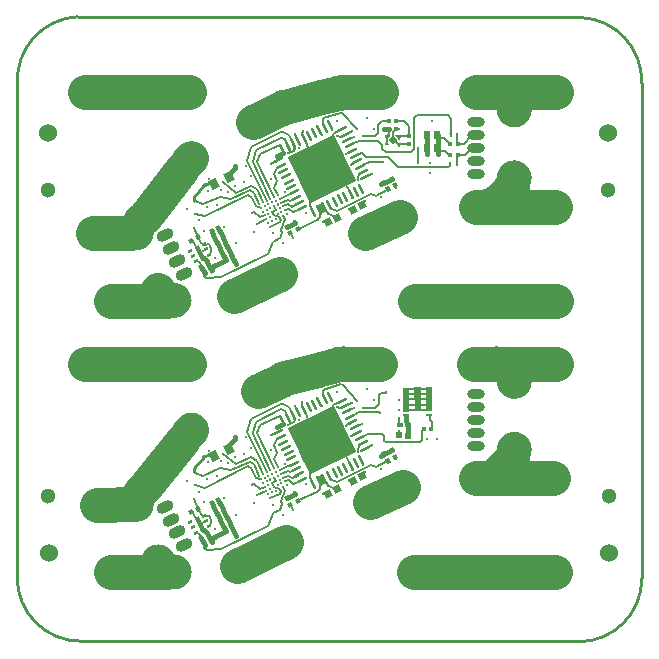
<source format=gbl>
G04*
G04 #@! TF.GenerationSoftware,Altium Limited,Altium Designer,23.2.1 (34)*
G04*
G04 Layer_Physical_Order=4*
G04 Layer_Color=16711680*
%FSLAX44Y44*%
%MOMM*%
G71*
G04*
G04 #@! TF.SameCoordinates,96D2EB81-E719-42E9-B1B6-D61F4878D9FD*
G04*
G04*
G04 #@! TF.FilePolarity,Positive*
G04*
G01*
G75*
%ADD10C,0.1524*%
%ADD11C,0.3810*%
%ADD12O,0.5500X0.2500*%
%ADD13R,0.5500X0.2500*%
%ADD14R,0.4541X0.3627*%
%ADD15R,0.4400X0.3500*%
G04:AMPARAMS|DCode=23|XSize=0.35mm|YSize=0.4mm|CornerRadius=0mm|HoleSize=0mm|Usage=FLASHONLY|Rotation=296.000|XOffset=0mm|YOffset=0mm|HoleType=Round|Shape=Rectangle|*
%AMROTATEDRECTD23*
4,1,4,-0.2565,0.0696,0.1030,0.2450,0.2565,-0.0696,-0.1030,-0.2450,-0.2565,0.0696,0.0*
%
%ADD23ROTATEDRECTD23*%

G04:AMPARAMS|DCode=24|XSize=0.6587mm|YSize=0.8121mm|CornerRadius=0mm|HoleSize=0mm|Usage=FLASHONLY|Rotation=206.000|XOffset=0mm|YOffset=0mm|HoleType=Round|Shape=Rectangle|*
%AMROTATEDRECTD24*
4,1,4,0.1180,0.5094,0.4740,-0.2206,-0.1180,-0.5094,-0.4740,0.2206,0.1180,0.5094,0.0*
%
%ADD24ROTATEDRECTD24*%

G04:AMPARAMS|DCode=25|XSize=0.64mm|YSize=0.6mm|CornerRadius=0mm|HoleSize=0mm|Usage=FLASHONLY|Rotation=296.000|XOffset=0mm|YOffset=0mm|HoleType=Round|Shape=Rectangle|*
%AMROTATEDRECTD25*
4,1,4,-0.4099,0.1561,0.1294,0.4191,0.4099,-0.1561,-0.1294,-0.4191,-0.4099,0.1561,0.0*
%
%ADD25ROTATEDRECTD25*%

%ADD41R,0.6000X0.6400*%
%ADD42R,0.3500X0.4000*%
%ADD43R,0.4000X0.3500*%
%ADD44R,0.2500X0.3500*%
%ADD45R,0.1000X0.1000*%
%ADD47C,0.2540*%
%ADD48C,3.0000*%
%ADD49C,1.3000*%
%ADD50C,1.5240*%
%ADD51C,0.1000*%
%ADD52O,1.5000X0.8000*%
G04:AMPARAMS|DCode=53|XSize=0.9mm|YSize=1.5mm|CornerRadius=0mm|HoleSize=0mm|Usage=FLASHONLY|Rotation=296.000|XOffset=0mm|YOffset=0mm|HoleType=Round|Shape=Round|*
%AMOVALD53*
21,1,0.6000,0.9000,0.0000,0.0000,26.0*
1,1,0.9000,-0.2696,-0.1315*
1,1,0.9000,0.2696,0.1315*
%
%ADD53OVALD53*%

%ADD54C,0.3000*%
%ADD55C,0.2410*%
%ADD56C,0.3050*%
G04:AMPARAMS|DCode=57|XSize=0.25mm|YSize=0.9mm|CornerRadius=0mm|HoleSize=0mm|Usage=FLASHONLY|Rotation=206.000|XOffset=0mm|YOffset=0mm|HoleType=Round|Shape=Rectangle|*
%AMROTATEDRECTD57*
4,1,4,-0.0849,0.4593,0.3096,-0.3497,0.0849,-0.4593,-0.3096,0.3497,-0.0849,0.4593,0.0*
%
%ADD57ROTATEDRECTD57*%

G04:AMPARAMS|DCode=58|XSize=0.25mm|YSize=0.9mm|CornerRadius=0mm|HoleSize=0mm|Usage=FLASHONLY|Rotation=296.000|XOffset=0mm|YOffset=0mm|HoleType=Round|Shape=Rectangle|*
%AMROTATEDRECTD58*
4,1,4,-0.4593,-0.0849,0.3497,0.3096,0.4593,0.0849,-0.3497,-0.3096,-0.4593,-0.0849,0.0*
%
%ADD58ROTATEDRECTD58*%

%ADD59P,6.1518X4X341.0*%
%ADD60P,0.6788X4X270.0*%
%ADD61C,0.2100*%
G04:AMPARAMS|DCode=62|XSize=0.35mm|YSize=0.44mm|CornerRadius=0mm|HoleSize=0mm|Usage=FLASHONLY|Rotation=207.000|XOffset=0mm|YOffset=0mm|HoleType=Round|Shape=Rectangle|*
%AMROTATEDRECTD62*
4,1,4,0.0561,0.2755,0.2558,-0.1166,-0.0561,-0.2755,-0.2558,0.1166,0.0561,0.2755,0.0*
%
%ADD62ROTATEDRECTD62*%

G04:AMPARAMS|DCode=63|XSize=0.35mm|YSize=0.4mm|CornerRadius=0mm|HoleSize=0mm|Usage=FLASHONLY|Rotation=207.000|XOffset=0mm|YOffset=0mm|HoleType=Round|Shape=Rectangle|*
%AMROTATEDRECTD63*
4,1,4,0.0651,0.2576,0.2467,-0.0988,-0.0651,-0.2576,-0.2467,0.0988,0.0651,0.2576,0.0*
%
%ADD63ROTATEDRECTD63*%

G04:AMPARAMS|DCode=64|XSize=0.35mm|YSize=0.4mm|CornerRadius=0mm|HoleSize=0mm|Usage=FLASHONLY|Rotation=26.000|XOffset=0mm|YOffset=0mm|HoleType=Round|Shape=Rectangle|*
%AMROTATEDRECTD64*
4,1,4,-0.0696,-0.2565,-0.2450,0.1030,0.0696,0.2565,0.2450,-0.1030,-0.0696,-0.2565,0.0*
%
%ADD64ROTATEDRECTD64*%

G04:AMPARAMS|DCode=65|XSize=1.26mm|YSize=0.35mm|CornerRadius=0mm|HoleSize=0mm|Usage=FLASHONLY|Rotation=296.000|XOffset=0mm|YOffset=0mm|HoleType=Round|Shape=Rectangle|*
%AMROTATEDRECTD65*
4,1,4,-0.4335,0.4895,-0.1189,0.6430,0.4335,-0.4895,0.1189,-0.6430,-0.4335,0.4895,0.0*
%
%ADD65ROTATEDRECTD65*%

G04:AMPARAMS|DCode=66|XSize=0.25mm|YSize=0.35mm|CornerRadius=0mm|HoleSize=0mm|Usage=FLASHONLY|Rotation=296.000|XOffset=0mm|YOffset=0mm|HoleType=Round|Shape=Rectangle|*
%AMROTATEDRECTD66*
4,1,4,-0.2121,0.0356,0.1025,0.1891,0.2121,-0.0356,-0.1025,-0.1891,-0.2121,0.0356,0.0*
%
%ADD66ROTATEDRECTD66*%

G04:AMPARAMS|DCode=67|XSize=0.52mm|YSize=0.56mm|CornerRadius=0mm|HoleSize=0mm|Usage=FLASHONLY|Rotation=269.000|XOffset=0mm|YOffset=0mm|HoleType=Round|Shape=Rectangle|*
%AMROTATEDRECTD67*
4,1,4,-0.2754,0.2649,0.2845,0.2551,0.2754,-0.2649,-0.2845,-0.2551,-0.2754,0.2649,0.0*
%
%ADD67ROTATEDRECTD67*%

G04:AMPARAMS|DCode=68|XSize=0.35mm|YSize=0.44mm|CornerRadius=0mm|HoleSize=0mm|Usage=FLASHONLY|Rotation=269.000|XOffset=0mm|YOffset=0mm|HoleType=Round|Shape=Rectangle|*
%AMROTATEDRECTD68*
4,1,4,-0.2169,0.1788,0.2230,0.1711,0.2169,-0.1788,-0.2230,-0.1711,-0.2169,0.1788,0.0*
%
%ADD68ROTATEDRECTD68*%

G36*
X57510Y164563D02*
Y163863D01*
X55710Y162063D01*
X53510Y162063D01*
X53510Y164563D01*
X57510Y164563D01*
D02*
G37*
G36*
X66510Y164563D02*
X66510Y162063D01*
X64310Y162063D01*
X61810Y164563D01*
X66510Y164563D01*
D02*
G37*
G36*
X66510Y158063D02*
X66510Y155563D01*
X62510Y155563D01*
X62510Y156263D01*
X64310Y158063D01*
X66510Y158063D01*
D02*
G37*
G36*
X55710Y158063D02*
X57510Y156263D01*
X57510Y155563D01*
X53510Y155563D01*
X53510Y158063D01*
X55710Y158063D01*
D02*
G37*
G36*
X3826Y100002D02*
X-1685Y97392D01*
X-5152Y104592D01*
X360Y107202D01*
X3826Y100002D01*
D02*
G37*
G36*
X83745Y-69275D02*
X78344D01*
X78094Y-49025D01*
X83745Y-49025D01*
Y-69275D01*
D02*
G37*
G36*
X93510Y-69432D02*
X88109D01*
X87859Y-49182D01*
X93510Y-49182D01*
Y-69432D01*
D02*
G37*
G36*
X73786Y-69682D02*
X68385D01*
X68135Y-49432D01*
X73786Y-49432D01*
Y-69682D01*
D02*
G37*
G36*
X3760Y-129807D02*
X-1624Y-132499D01*
X-4988Y-125253D01*
X454Y-122676D01*
X3760Y-129807D01*
D02*
G37*
D10*
X-94069Y65661D02*
G03*
X-93908Y65999I-1976J1150D01*
G01*
X15913Y163090D02*
G03*
X15906Y163090I-114J-1520D01*
G01*
X-17123Y165634D02*
G03*
X-17034Y164395I1433J-520D01*
G01*
X30842Y128042D02*
G03*
X30836Y127984I1152J-150D01*
G01*
X56322Y165469D02*
G03*
X56510Y166202I-1336J733D01*
G01*
X32206Y159563D02*
G03*
X31572Y159425I0J-1524D01*
G01*
X60236Y166981D02*
G03*
X60010Y166182I1298J-799D01*
G01*
X-10352Y106078D02*
G03*
X-10248Y105021I1474J-389D01*
G01*
X39323Y141166D02*
G03*
X38654Y141012I0J-1524D01*
G01*
X29053Y147169D02*
G03*
X29167Y147216I-524J1431D01*
G01*
X26914Y157295D02*
G03*
X26868Y157274I622J-1391D01*
G01*
X73528Y171639D02*
G03*
X73057Y172741I-1524J0D01*
G01*
X69450Y176147D02*
G03*
X68404Y176563I-1046J-1108D01*
G01*
X22813Y161035D02*
G03*
X22893Y161070I-585J1407D01*
G01*
X-33068Y166742D02*
G03*
X-34400Y166733I-658J-1375D01*
G01*
X-24058Y151107D02*
G03*
X-23234Y152774I-671J1369D01*
G01*
X-98966Y43884D02*
G03*
X-97729Y43345I1164J984D01*
G01*
X17856Y182631D02*
G03*
X16272Y183103I-1158J-991D01*
G01*
X22465Y149684D02*
G03*
X21921Y149481I251J-1503D01*
G01*
X4670Y98123D02*
G03*
X5465Y97380I1370J668D01*
G01*
X-22370Y99942D02*
G03*
X-22352Y99950I-930J1952D01*
G01*
X-100986Y72242D02*
X-100495Y71788D01*
X-100358Y71661D02*
X-100144Y71722D01*
X-99392Y71934D01*
X-104805Y77745D02*
X-102646Y73318D01*
X-93908Y65999D02*
X-93908Y65999D01*
X-93640Y66266D01*
X-108740Y85813D02*
X-104805Y77745D01*
X55058Y163150D02*
X56322Y165469D01*
X56314Y169794D02*
X56328Y169726D01*
X-42253Y99435D02*
X-40747Y96348D01*
X-42282Y99494D02*
X-42240Y99563D01*
X-40730Y96342D02*
X-36067Y94737D01*
X-40747Y96348D02*
X-40730Y96342D01*
X-42282Y99494D02*
X-42253Y99435D01*
X12760Y163313D02*
X15906Y163090D01*
X9423Y163877D02*
X9661Y165676D01*
X16860Y169187D01*
X15915Y163090D02*
X16260Y163063D01*
X15913Y163090D02*
X15915Y163090D01*
X-17034Y164395D02*
X-16990Y164313D01*
X-17123Y165634D02*
X-16240Y168063D01*
X31249Y131158D02*
X36244Y134161D01*
X30696Y126221D02*
X30836Y127984D01*
X30842Y128042D02*
X31249Y131158D01*
X39875Y130528D02*
X42510Y131813D01*
X42228Y131531D02*
X42510Y131813D01*
X39260Y130063D02*
X39875Y130528D01*
X-29965Y156744D02*
X-29329Y155028D01*
X-29326Y155020D02*
X-27990Y151813D01*
X34260Y163563D02*
X45010D01*
X51010Y152563D02*
X53760Y149813D01*
X51010Y152563D02*
Y156313D01*
X47760Y159563D02*
X51010Y156313D01*
X53760Y149813D02*
X75010D01*
X32206Y159563D02*
X47760D01*
X109010Y166313D02*
Y178313D01*
X108760Y166063D02*
X109010Y166313D01*
X80010Y181063D02*
X106260D01*
X109010Y178313D01*
X77510Y178563D02*
X80010Y181063D01*
X75010Y149813D02*
X77510Y152313D01*
Y178563D01*
X33760Y149313D02*
X37260Y145813D01*
X55760D01*
X64510Y137063D01*
X81260Y141063D02*
Y153063D01*
X106260Y137063D02*
X107772Y138575D01*
X64510Y137063D02*
X106260D01*
X107772Y138575D02*
X108272D01*
X98260Y152513D02*
Y153563D01*
X56328Y169726D02*
X56510Y168825D01*
X39323Y141166D02*
X51113D01*
X51260Y141313D01*
X47760Y166313D02*
Y173313D01*
X45010Y163563D02*
X47760Y166313D01*
X51010Y176563D02*
X56510D01*
X47760Y173313D02*
X51010Y176563D01*
X26914Y157295D02*
X31572Y159425D01*
X62747Y169556D02*
X62760Y169563D01*
X62747Y169556D02*
X62747Y169556D01*
X61372Y168825D02*
X62747Y169556D01*
X60236Y166981D02*
X61372Y168825D01*
X60010Y166182D02*
Y166182D01*
Y160063D02*
Y166182D01*
X72522Y156813D02*
X73510Y156813D01*
X73510D01*
X-10352Y106078D02*
X-10350Y106084D01*
X-10248Y105021D02*
X-8945Y102349D01*
X-103673Y64845D02*
X-102784Y65276D01*
X108760Y139063D02*
Y139563D01*
X108272Y138575D02*
X108760Y139063D01*
X35510Y139478D02*
X38654Y141012D01*
X29167Y147216D02*
X33760Y149313D01*
X26837Y157259D02*
X26868Y157274D01*
X97760Y163763D02*
X99648Y161875D01*
X97410Y164113D02*
X97760Y163763D01*
X108060Y157063D02*
X108060Y157063D01*
X103248Y161875D02*
X108060Y157063D01*
X108510Y157064D01*
X107072Y157063D02*
X108060Y157063D01*
X108060Y157063D02*
X108760D01*
X99648Y161875D02*
X103248D01*
X97410Y164113D02*
Y164313D01*
X107760Y147063D02*
Y147613D01*
X98260Y152513D02*
X99648Y151125D01*
X104248D01*
X107760Y147613D01*
X60010Y160063D02*
X61668Y159405D01*
X64010Y157063D01*
X55010Y163063D02*
X55058Y163150D01*
X56510Y166202D02*
Y168825D01*
X73528Y164651D02*
X73736Y163452D01*
X73760Y163313D01*
X72522Y163313D02*
X73510Y163313D01*
X73760Y163313D01*
X73051Y172747D02*
X73057Y172741D01*
X73528Y164651D02*
Y171639D01*
X68404Y176563D02*
Y176563D01*
X68404D02*
X68404D01*
X64448D02*
X68404D01*
X69450Y176147D02*
X73051Y172747D01*
X63010Y176563D02*
X64448Y176563D01*
X65260Y156813D02*
X72522D01*
X65260Y163313D02*
X72522D01*
X54760Y156813D02*
X54760Y163313D01*
X114260Y146562D02*
X115010Y147313D01*
X114260Y139563D02*
Y146562D01*
X114510Y157313D02*
Y163575D01*
X114510Y164563D01*
X126221Y163315D02*
X126256D01*
X119968Y157063D02*
X126221Y163315D01*
X115010Y157063D02*
X119968D01*
X121275Y147723D02*
X127260Y153313D01*
X120235Y147313D02*
X120836Y147313D01*
X121275Y147723D01*
X115010Y147313D02*
X120235D01*
X126256Y163315D02*
X127260Y164313D01*
X-43990Y86563D02*
X-35980Y90445D01*
X-35864Y90744D01*
X-35145Y92592D01*
X-32990Y104063D02*
X-32844Y104097D01*
X-28686Y105891D01*
X-33068Y166742D02*
X-27990Y164313D01*
X-28740Y148813D02*
X-28653Y148849D01*
X-28740Y148813D02*
X-28641Y148861D01*
X-28740Y148813D02*
Y149063D01*
X-28641Y148861D02*
X-24058Y151107D01*
X-28653Y148849D02*
X-28526Y148900D01*
X-26884Y108771D02*
X-25029Y109676D01*
X-21740Y111313D01*
X-29218Y109704D02*
X-26884Y108771D01*
X22893Y161070D02*
X27010Y163063D01*
X22807Y161032D02*
X22813Y161035D01*
X21177Y160363D02*
X22807Y161032D01*
X18010Y159063D02*
X21177Y160363D01*
X-34510Y162198D02*
X-31740Y160813D01*
X-55732Y151714D02*
X-34510Y162198D01*
X-58704Y141562D02*
X-55732Y151714D01*
X-30626Y158530D02*
X-29965Y156744D01*
X-29329Y155028D02*
X-29326Y155020D01*
X-30833Y158429D02*
X-29965Y156744D01*
X-29120Y155105D01*
X-28017Y164312D02*
X-28012Y164302D01*
X-24613Y157334D01*
X-34406Y166730D02*
X-34400Y166733D01*
X-59969Y153969D02*
X-34406Y166730D01*
X-63236Y142805D02*
X-59969Y153969D01*
X-23235Y152777D02*
X-23234Y152774D01*
X-28020Y164319D02*
X-28017Y164312D01*
X-26270Y80199D02*
X-24740Y77063D01*
X-26990Y81063D02*
X-26270Y80199D01*
X-40928Y131688D02*
X-37740Y125313D01*
X-38488Y136567D02*
X-34876Y138391D01*
X-40928Y131688D02*
X-38488Y136567D01*
X-40490Y119813D02*
X-37740Y125313D01*
X-40490Y119813D02*
X-37447Y113534D01*
X-54721Y141872D02*
X-40593Y112000D01*
X-54721Y141872D02*
X-52321Y148456D01*
X-85832Y43840D02*
X-46087Y63469D01*
X-97729Y43345D02*
X-85832Y43840D01*
X-46087Y63469D02*
X-41750Y73752D01*
X-102390Y53784D02*
X-102012Y52866D01*
X-98972Y43891D02*
X-98966Y43884D01*
X-41657Y73894D02*
X-35617Y77077D01*
X-35040Y84297D02*
X-33751Y81502D01*
X-35617Y77077D02*
X-33751Y81502D01*
X-35040Y84297D02*
X-31708Y93070D01*
X-32922Y96271D02*
X-31708Y93070D01*
X-40285Y141813D02*
X-39240D01*
X-40501Y141399D02*
X-40240Y141313D01*
X-43240Y140063D02*
X-40501Y141399D01*
X1176Y178702D02*
X16272Y183103D01*
X17856Y182631D02*
X29260Y169313D01*
X-31740Y160813D02*
X-30626Y158530D01*
X-22990Y165063D02*
X-21883Y162794D01*
X-21240Y162063D01*
X25010Y167563D02*
X25010D01*
X19095Y164678D02*
X22426Y166303D01*
X25010Y167563D01*
X27820Y146717D02*
X29053Y147169D01*
X23436Y155705D02*
X26837Y157259D01*
X41248Y114682D02*
X45348Y113004D01*
X12510Y100313D02*
X41248Y114682D01*
X8010Y101813D02*
X12510Y100313D01*
X20010Y148313D02*
X21921Y149481D01*
X22473Y149686D02*
X23260Y149813D01*
X22465Y149684D02*
X22473Y149686D01*
X26696Y140495D02*
X28010Y141313D01*
X24348Y139350D02*
X26696Y140495D01*
X32204Y137729D02*
X35510Y139478D01*
X-107990Y108813D02*
X-107990D01*
X-101012Y105600D02*
X-86108Y112349D01*
X-107990Y108813D02*
X-107560Y108383D01*
X-101012Y105600D01*
X-35913Y110388D02*
X-27401Y114540D01*
X-84240Y124563D02*
X-72544Y115591D01*
X-36067Y94737D02*
X-35145Y92592D01*
X-42221Y99524D02*
X-39136Y101028D01*
X-42282Y99494D02*
X-42221Y99524D01*
X-56268Y104071D02*
X-51641Y102717D01*
X-62619Y113688D02*
X-59690Y111498D01*
X-59490Y111063D01*
X-56268Y104071D01*
X-99059Y95670D02*
X-62619Y113688D01*
X-107240Y97813D02*
X-99059Y95670D01*
X-77196Y110356D02*
X-60970Y117717D01*
X-86108Y112349D02*
X-77196Y110356D01*
X-57740Y115563D02*
X-53176Y105862D01*
X-60970Y117717D02*
X-57740Y115563D01*
X-59971Y121353D02*
X-55376Y118330D01*
X-72544Y115591D02*
X-59971Y121353D01*
X-55376Y118330D02*
X-50030Y107397D01*
X-63236Y142805D02*
X-46884Y108932D01*
X-59222Y98211D02*
X-58952Y98481D01*
X-59303Y98211D02*
X-59222D01*
X-57380Y99214D02*
X-52331Y94670D01*
X-48573Y96426D01*
X-11640Y128965D02*
X-1490Y133563D01*
X-140Y125215D02*
X260Y133313D01*
X-9903Y107749D02*
X-1065Y133417D01*
X-13860Y158389D02*
X-11548Y153649D01*
X-10740Y152063D01*
X-15638Y161681D02*
X-13860Y158389D01*
X8510Y159563D02*
X9423Y163877D01*
X-8945Y102349D02*
X-8490Y101063D01*
X-10350Y106084D02*
X-9903Y107749D01*
X20103Y122384D02*
X22415Y117644D01*
X24146Y114329D01*
X19010Y124563D02*
X20103Y122384D01*
X-24831Y77154D02*
X-24740Y77063D01*
X45348Y113004D02*
X54904Y117873D01*
X874Y174809D02*
X2338Y170449D01*
X874Y174809D02*
X1176Y178702D01*
X-23426Y153724D02*
X-23235Y152777D01*
X-24626Y157297D02*
X-23426Y153724D01*
X-35173Y156315D02*
X-35059Y156367D01*
X-52321Y148456D02*
X-35173Y156315D01*
X54904Y117873D02*
X55735Y118417D01*
X3666Y100182D02*
X4670Y98123D01*
X5465Y97380D02*
X5470Y97378D01*
X2510Y101563D02*
X3666Y100182D01*
X5470Y97378D02*
X9634Y95702D01*
X12714Y94492D01*
X-3451Y92584D02*
X-3045Y92990D01*
X-4089Y92430D02*
X-3451Y92584D01*
X-1618Y97542D02*
Y97605D01*
X-1423Y94611D02*
Y97348D01*
X-19348Y84987D02*
X-4089Y92430D01*
X-3045Y92990D02*
X-1423Y94611D01*
X-1618Y97542D02*
X-1423Y97348D01*
X-20240Y84563D02*
X-19348Y84987D01*
X-58952Y98481D02*
X-57380Y99214D01*
X-54745Y89324D02*
X-47039Y93280D01*
X-40670Y104174D02*
X-39136Y101028D01*
X-28384Y102105D02*
X-24641Y98860D01*
X-31310Y100951D02*
X-28384Y102105D01*
X-24641Y98860D02*
X-22370Y99942D01*
X-25647Y103787D02*
X-22827Y105162D01*
X-28686Y105891D02*
X-25647Y103787D01*
X-34378Y107243D02*
X-29218Y109704D01*
X-58704Y141562D02*
X-43739Y110466D01*
X-35059Y156367D02*
X-33614Y152914D01*
X-27401Y114540D02*
X-24990Y115063D01*
X-22827Y105162D02*
X-20740Y105813D01*
X-22352Y99950D02*
X-20682Y100765D01*
X-19490Y101313D01*
X-99740Y44813D02*
X-98972Y43891D01*
X-109740Y75813D02*
X-109560Y75488D01*
X-109054Y74573D01*
X-106607Y69556D02*
X-103665Y64830D01*
X-109054Y74573D02*
X-106607Y69556D01*
X-98942Y67150D02*
X-98047Y67569D01*
X-102784Y65276D02*
X-98942Y67150D01*
X-103738Y56547D02*
X-102390Y53784D01*
X-106990Y57563D02*
X-103738Y56547D01*
X-100495Y71788D02*
X-100358Y71661D01*
X-101204Y72922D02*
X-101190Y72867D01*
X-99256Y71655D02*
X-98425Y71542D01*
X-97970D01*
X-97550Y71746D01*
X-96076D01*
X-95135Y70806D02*
X-93640Y67741D01*
Y66266D02*
Y67741D01*
X-95129Y63839D02*
X-94069Y65661D01*
X-99392Y71934D02*
X-99256Y71655D01*
X-95300Y63545D02*
X-95129Y63839D01*
X-101190Y72867D02*
X-101087Y72449D01*
X-100986Y72242D01*
X-96076Y71746D02*
X-95135Y70806D01*
X-102646Y73318D02*
X-101490Y72813D01*
X-58542Y-87757D02*
G03*
X-58449Y-88838I1466J-417D01*
G01*
X15544Y-66702D02*
G03*
X15917Y-66781I499J1440D01*
G01*
X-33068Y-63128D02*
G03*
X-34400Y-63137I-658J-1375D01*
G01*
X30842Y-101829D02*
G03*
X30834Y-101922I1152J-149D01*
G01*
X4670Y-131747D02*
G03*
X5465Y-132490I1370J668D01*
G01*
X-94069Y-164209D02*
G03*
X-93908Y-163871I-1976J1150D01*
G01*
X-17299Y-64399D02*
G03*
X-17130Y-65298I1513J-181D01*
G01*
X22465Y-80186D02*
G03*
X21921Y-80388I251J-1503D01*
G01*
X29053Y-82702D02*
G03*
X29167Y-82654I-524J1431D01*
G01*
X32206Y-70307D02*
G03*
X31572Y-70445I0J-1524D01*
G01*
X26914Y-72575D02*
G03*
X26868Y-72597I622J-1391D01*
G01*
X90512Y-68307D02*
G03*
X90508Y-68307I-4J-1524D01*
G01*
X82447Y-54807D02*
G03*
X82078Y-54852I0J-1524D01*
G01*
X22813Y-68835D02*
G03*
X22893Y-68800I-585J1407D01*
G01*
X-24058Y-78763D02*
G03*
X-23234Y-77097I-671J1369D01*
G01*
X-98966Y-185986D02*
G03*
X-97729Y-186525I1164J984D01*
G01*
X17856Y-47239D02*
G03*
X16272Y-46767I-1158J-991D01*
G01*
X39323Y-88704D02*
G03*
X38654Y-88858I0J-1524D01*
G01*
X-10352Y-123792D02*
G03*
X-10248Y-124849I1474J-389D01*
G01*
X-22370Y-129928D02*
G03*
X-22352Y-129920I-930J1952D01*
G01*
X-58449Y-88838D02*
X-43739Y-119404D01*
X-58539Y-87746D02*
X-55732Y-78156D01*
X-43739Y-119404D02*
Y-119404D01*
X-58542Y-87757D02*
X-58539Y-87746D01*
X-24641Y-131010D02*
X-22370Y-129928D01*
X-31310Y-128919D02*
X-28384Y-127765D01*
X-24641Y-131010D01*
X-32990Y-125807D02*
X-32844Y-125773D01*
X-28686Y-123979D02*
X-25647Y-126083D01*
X-32844Y-125773D02*
X-28686Y-123979D01*
X-54721Y-87998D02*
X-52321Y-81414D01*
X-40490Y-110057D02*
X-37740Y-104557D01*
X-40490Y-110057D02*
X-37447Y-116336D01*
X-54721Y-87998D02*
X-40593Y-117870D01*
X-29218Y-120166D02*
X-26884Y-121099D01*
X-34378Y-122627D02*
X-29218Y-120166D01*
X-56268Y-125799D02*
X-51641Y-127153D01*
X-59490Y-118807D02*
X-56268Y-125799D01*
X-59690Y-118372D02*
X-59490Y-118807D01*
X15927Y-66782D02*
X16260Y-66807D01*
X13010Y-65807D02*
X15544Y-66702D01*
X15917Y-66781D02*
X15927Y-66782D01*
X-42282Y-130376D02*
X-42253Y-130435D01*
X-40747Y-133522D02*
X-40730Y-133528D01*
X-35980Y-139425D02*
X-35864Y-139126D01*
X-42282Y-130376D02*
X-42240Y-130307D01*
X-42253Y-130435D02*
X-40747Y-133522D01*
X-43990Y-143307D02*
X-35980Y-139425D01*
X-40730Y-133528D02*
X-36067Y-135133D01*
X-35145Y-137277D01*
X-35864Y-139126D02*
X-35145Y-137277D01*
X-58952Y-131389D02*
X-57380Y-130656D01*
X-52331Y-135200D01*
X-54745Y-140546D02*
X-47039Y-136590D01*
X-52331Y-135200D02*
X-48573Y-133444D01*
X-63236Y-87065D02*
X-59969Y-75901D01*
X-28653Y-81021D02*
X-28526Y-80969D01*
X-28012Y-65568D02*
X-24613Y-72536D01*
X-63236Y-87065D02*
X-46884Y-120939D01*
X-33068Y-63128D02*
X-27990Y-65557D01*
X-25647Y-126083D02*
X-22827Y-124708D01*
X-28740Y-81057D02*
Y-80807D01*
X-28020Y-65551D02*
X-28017Y-65558D01*
X-28740Y-81057D02*
X-28653Y-81021D01*
X-28017Y-65558D02*
X-28012Y-65568D01*
X-59971Y-108517D02*
X-55376Y-111540D01*
X-50030Y-122473D01*
X-22827Y-124708D02*
X-20740Y-124057D01*
X-27401Y-115330D02*
X-24990Y-114807D01*
X-35913Y-119482D02*
X-27401Y-115330D01*
X30717Y-104383D02*
X30834Y-101922D01*
X31103Y-99835D02*
X31249Y-98712D01*
X30842Y-101829D02*
X31103Y-99835D01*
X31249Y-98712D02*
X34437Y-96711D01*
X39875Y-99342D02*
X42510Y-98057D01*
X42228Y-98339D02*
X42510Y-98057D01*
X5465Y-132490D02*
X5470Y-132492D01*
X3685Y-129728D02*
X4670Y-131747D01*
X2850Y-130020D02*
X3010Y-130057D01*
X-2818Y-128692D02*
X-767Y-131784D01*
X-93908Y-163871D02*
X-93640Y-163604D01*
X-93908Y-163871D02*
X-93908Y-163871D01*
X-108740Y-144057D02*
X-104805Y-152125D01*
X-102646Y-156552D01*
X-100144Y-158148D02*
X-99392Y-157936D01*
X-100358Y-158209D02*
X-100144Y-158148D01*
X-100986Y-157628D02*
X-100495Y-158083D01*
X17856Y-47239D02*
X29260Y-60557D01*
X-84240Y-105307D02*
X-72544Y-114279D01*
X-17130Y-65298D02*
X-16990Y-65557D01*
X-17299Y-64399D02*
X-16990Y-61807D01*
X-21883Y-67076D02*
X-21240Y-67807D01*
X-22990Y-64807D02*
X-21883Y-67076D01*
X22465Y-80186D02*
X22473Y-80184D01*
X29167Y-82654D02*
X33760Y-80557D01*
X49760Y-53807D02*
X53760D01*
X48010Y-63557D02*
Y-55557D01*
X49760Y-53807D01*
X34260Y-66307D02*
X45260D01*
X48010Y-63557D01*
X32206Y-70307D02*
X48760D01*
X26914Y-72575D02*
X31572Y-70445D01*
X48760Y-70307D02*
X49010Y-70557D01*
X26837Y-72611D02*
X26868Y-72597D01*
X71160Y-68307D02*
X72660Y-68307D01*
X70760Y-68307D02*
X71160Y-68307D01*
X90512Y-68307D02*
X90761Y-68308D01*
X90512Y-68307D02*
Y-68307D01*
X72660Y-68307D02*
X90508Y-68307D01*
X71160Y-63807D02*
X72660Y-63807D01*
X70760Y-63807D02*
X71160Y-63807D01*
X89261Y-63807D02*
X90761D01*
X72660Y-63807D02*
X89261Y-63807D01*
X71160Y-50307D02*
X72660Y-50307D01*
X70760Y-50307D02*
X71160Y-50307D01*
X71176Y-50462D02*
X72660Y-50307D01*
X70780Y-50503D02*
X71176Y-50462D01*
X70260Y-50557D02*
X70780Y-50503D01*
X90759Y-50306D02*
X90759D01*
X89259D02*
X90759D01*
X80760Y-50307D02*
X89259Y-50306D01*
X72660Y-50307D02*
X80760Y-50307D01*
X89261Y-54806D02*
X90761D01*
X82447Y-54807D02*
X82448Y-54807D01*
X89261Y-54806D02*
X90510Y-55057D01*
X71159Y-54807D02*
X72659D01*
X89261Y-54806D01*
X71159Y-59307D02*
X72659Y-59307D01*
X70510Y-59307D02*
X71159Y-59307D01*
X72659Y-59307D02*
X89260Y-59307D01*
X90760D01*
X81260Y-55057D02*
X82078Y-54852D01*
X-28740Y-81057D02*
X-28641Y-81009D01*
X-24058Y-78763D01*
X-26884Y-121099D02*
X-25029Y-120194D01*
X-21740Y-118557D01*
X22893Y-68800D02*
X27010Y-66807D01*
X22807Y-68838D02*
X22813Y-68835D01*
X21177Y-69507D02*
X22807Y-68838D01*
X18010Y-70807D02*
X21177Y-69507D01*
X-34510Y-67672D02*
X-31740Y-69057D01*
X-55732Y-78156D02*
X-34510Y-67672D01*
X-30626Y-71340D02*
X-29965Y-73126D01*
X-29120Y-74764D01*
X-34406Y-63140D02*
X-34400Y-63137D01*
X-59969Y-75901D02*
X-34406Y-63140D01*
X-23235Y-77093D02*
X-23234Y-77097D01*
X-26270Y-149671D02*
X-24740Y-152807D01*
X-26990Y-148807D02*
X-26270Y-149671D01*
X-40928Y-98182D02*
X-37740Y-104557D01*
X-38488Y-93303D02*
X-34876Y-91479D01*
X-40928Y-98182D02*
X-38488Y-93303D01*
X-85832Y-186030D02*
X-46087Y-166401D01*
X-97729Y-186525D02*
X-85832Y-186030D01*
X-46087Y-166401D02*
X-41750Y-156118D01*
X-102390Y-176086D02*
X-102012Y-177005D01*
X-98972Y-185979D02*
X-98966Y-185986D01*
X-41657Y-155976D02*
X-35617Y-152793D01*
X-35040Y-145573D02*
X-33751Y-148368D01*
X-35617Y-152793D02*
X-33751Y-148368D01*
X-35040Y-145573D02*
X-31708Y-136800D01*
X-32922Y-133599D02*
X-31708Y-136800D01*
X-40285Y-88057D02*
X-39240D01*
X-40501Y-88471D02*
X-40240Y-88557D01*
X-43240Y-89807D02*
X-40501Y-88471D01*
X1176Y-51168D02*
X16272Y-46767D01*
X52510Y-94292D02*
Y-90307D01*
Y-94307D02*
X52525D01*
X39323Y-88704D02*
X50986D01*
X51010Y-88807D02*
X52510Y-90307D01*
X52525Y-94307D02*
X54025Y-95807D01*
X83050D01*
X35510Y-90392D02*
X38654Y-88858D01*
X-31740Y-69057D02*
X-30626Y-71340D01*
X25010Y-62307D02*
X25010D01*
X19095Y-65192D02*
X22426Y-63567D01*
X25010Y-62307D01*
X27820Y-83153D02*
X29053Y-82702D01*
X23436Y-74165D02*
X26837Y-72611D01*
X41248Y-115188D02*
X45348Y-116866D01*
X12510Y-129557D02*
X41248Y-115188D01*
X8010Y-128057D02*
X12510Y-129557D01*
X20010Y-81557D02*
X21921Y-80388D01*
X22473Y-80184D02*
X23260Y-80057D01*
X26696Y-89375D02*
X28010Y-88557D01*
X24348Y-90520D02*
X26696Y-89375D01*
X39260Y-99807D02*
X39875Y-99342D01*
X32204Y-92141D02*
X35510Y-90392D01*
X64590Y-79987D02*
X64920Y-79993D01*
X65010Y-74807D01*
X-107990Y-121057D02*
X-107990D01*
X-101012Y-124270D02*
X-86108Y-117521D01*
X-107990Y-121057D02*
X-107560Y-121487D01*
X-101012Y-124270D01*
X-42221Y-130346D02*
X-39136Y-128841D01*
X-42282Y-130376D02*
X-42221Y-130346D01*
X-62619Y-116182D02*
X-59690Y-118372D01*
X-99059Y-134200D02*
X-62619Y-116182D01*
X-107240Y-132057D02*
X-99059Y-134200D01*
X-77196Y-119514D02*
X-60970Y-112153D01*
X-86108Y-117521D02*
X-77196Y-119514D01*
X-57740Y-114307D02*
X-53176Y-124008D01*
X-60970Y-112153D02*
X-57740Y-114307D01*
X-72544Y-114279D02*
X-59971Y-108517D01*
X-59222Y-131659D02*
X-58952Y-131389D01*
X-59303Y-131659D02*
X-59222D01*
X-11640Y-100905D02*
X-1490Y-96307D01*
X-140Y-104655D02*
X260Y-96557D01*
X-9903Y-122121D02*
X-1065Y-96453D01*
X-13860Y-71481D02*
X-11548Y-76221D01*
X-10740Y-77807D01*
X-15638Y-68189D02*
X-13860Y-71481D01*
X9661Y-64194D02*
X16860Y-60683D01*
X9423Y-65993D02*
X9661Y-64194D01*
X8510Y-70307D02*
X9423Y-65993D01*
X-10248Y-124849D02*
X-8945Y-127521D01*
X-10352Y-123792D02*
X-10350Y-123786D01*
X-8945Y-127521D02*
X-8490Y-128807D01*
X-10350Y-123786D02*
X-9903Y-122121D01*
X20103Y-107486D02*
X22415Y-112226D01*
X24146Y-115541D01*
X19010Y-105307D02*
X20103Y-107486D01*
X-24831Y-152716D02*
X-24740Y-152807D01*
X45348Y-116866D02*
X54904Y-111997D01*
X90342Y-50319D02*
X90759Y-50306D01*
X89260Y-50352D02*
X90342Y-50319D01*
X874Y-55061D02*
X2338Y-59421D01*
X874Y-55061D02*
X1176Y-51168D01*
X91010Y-77155D02*
X92820Y-78964D01*
Y-83755D02*
Y-78964D01*
X91010Y-77155D02*
Y-73295D01*
X90761Y-72807D02*
X91010Y-73295D01*
X-23426Y-76146D02*
X-23235Y-77093D01*
X-24626Y-72573D02*
X-23426Y-76146D01*
X-35173Y-73555D02*
X-35059Y-73503D01*
X-52321Y-81414D02*
X-35173Y-73555D01*
X54904Y-111997D02*
X55735Y-111453D01*
X5470Y-132492D02*
X9634Y-134168D01*
X12714Y-135378D01*
X-3451Y-137286D02*
X-3045Y-136881D01*
X-4089Y-137440D02*
X-3451Y-137286D01*
X-1618Y-132328D02*
Y-132265D01*
X-1423Y-135259D02*
Y-132522D01*
X-19348Y-144883D02*
X-4089Y-137440D01*
X-3045Y-136881D02*
X-1423Y-135259D01*
X-1618Y-132328D02*
X-1423Y-132522D01*
X-20240Y-145307D02*
X-19348Y-144883D01*
X83050Y-95807D02*
X84772Y-94086D01*
Y-91654D02*
X84772Y-91605D01*
X84958Y-85859D01*
X84772Y-94086D02*
Y-91654D01*
X84958Y-85859D02*
X85510Y-84557D01*
X-40670Y-125696D02*
X-39136Y-128841D01*
X-35059Y-73503D02*
X-33614Y-76956D01*
X-22352Y-129920D02*
X-20682Y-129106D01*
X-19490Y-128557D01*
X-99740Y-185057D02*
X-98972Y-185979D01*
X-103673Y-165025D02*
X-102784Y-164594D01*
X-109740Y-154057D02*
X-109560Y-154382D01*
X-109054Y-155297D01*
X-106607Y-160314D02*
X-103665Y-165040D01*
X-109054Y-155297D02*
X-106607Y-160314D01*
X-98942Y-162720D02*
X-98047Y-162301D01*
X-102784Y-164594D02*
X-98942Y-162720D01*
X-103738Y-173323D02*
X-102390Y-176086D01*
X-106990Y-172307D02*
X-103738Y-173323D01*
X-100495Y-158083D02*
X-100358Y-158209D01*
X-101204Y-156948D02*
X-101190Y-157003D01*
X-99256Y-158215D02*
X-98425Y-158329D01*
X-97970D01*
X-97550Y-158124D01*
X-96076D01*
X-95135Y-159064D02*
X-93640Y-162129D01*
Y-163604D02*
Y-162129D01*
X-95129Y-166031D02*
X-94069Y-164209D01*
X-99392Y-157936D02*
X-99256Y-158215D01*
X-95300Y-166325D02*
X-95129Y-166031D01*
X-101190Y-157003D02*
X-101087Y-157421D01*
X-100986Y-157628D01*
X-96076Y-158124D02*
X-95135Y-159064D01*
X-102646Y-156552D02*
X-101490Y-157057D01*
D11*
X-97542Y57667D02*
G03*
X-98832Y59124I-3403J-1713D01*
G01*
X-78740Y130313D02*
Y131495D01*
X-73740Y136495D01*
Y138313D01*
X88760Y152813D02*
X89010Y153063D01*
X88610Y152963D02*
X88760Y152813D01*
X97760Y153563D02*
X98260Y153563D01*
X88760Y153313D02*
X89010Y153063D01*
X88760Y148313D02*
Y152813D01*
X97760Y148313D02*
Y153563D01*
X88610Y152963D02*
Y164313D01*
X52260Y169813D02*
X56311D01*
X-29612Y86876D02*
X-22959Y90135D01*
X-29740Y86813D02*
X-29612Y86876D01*
X-84532Y64701D02*
X-81526Y58704D01*
X-87537Y70699D02*
X-84532Y64701D01*
X-90543Y76696D02*
X-87537Y70699D01*
X-87973Y55528D02*
X-81526Y58704D01*
X-93990Y52563D02*
X-87973Y55528D01*
X-93526Y82954D02*
X-93490Y82882D01*
X-93548Y82693D02*
X-90543Y76696D01*
X-97542Y57667D02*
X-97537Y57658D01*
X97760Y153563D02*
Y163763D01*
X97410Y153563D02*
X97760Y153563D01*
Y163763D02*
Y164063D01*
X88610Y164313D02*
X88610Y164313D01*
X-84929Y79434D02*
X-81954Y73422D01*
X-87868Y85373D02*
X-84929Y79434D01*
X-79003Y67397D02*
X-76240Y61813D01*
X-81979Y73410D02*
X-79003Y67397D01*
X52760Y124063D02*
X52840Y124106D01*
X58853Y127324D01*
X49510Y122563D02*
X52784Y124209D01*
X-38490Y147063D02*
X-33240Y149563D01*
X-101740Y61063D02*
X-98832Y59124D01*
X-97537Y57658D02*
X-96490Y55563D01*
X-17740Y126813D02*
X-14085Y119451D01*
X-96490Y55563D02*
X-94725Y52180D01*
X-93490Y49813D01*
X-102062Y52845D02*
X-99240Y47313D01*
X-75954Y61422D02*
X-72990Y55063D01*
X-97542Y-172203D02*
G03*
X-98832Y-170746I-3403J-1713D01*
G01*
X-78740Y-101057D02*
Y-98375D01*
X-73740Y-93375D01*
Y-91557D01*
X71010Y-77807D02*
X72510Y-81057D01*
X71010Y-77807D02*
X71131Y-73803D01*
X72509Y-81114D02*
X72510Y-81057D01*
X-84929Y-150436D02*
X-81954Y-156448D01*
X-87868Y-144497D02*
X-84929Y-150436D01*
X-79003Y-162473D02*
X-76240Y-168057D01*
X-81979Y-156460D02*
X-79003Y-162473D01*
X52760Y-105807D02*
X52840Y-105764D01*
X58853Y-102546D01*
X49510Y-107307D02*
X52784Y-105661D01*
X-38490Y-82807D02*
X-33240Y-80307D01*
X72365Y-89351D02*
X72509Y-81114D01*
X72365Y-89351D02*
X73010Y-90057D01*
X-29612Y-142994D02*
X-22959Y-139735D01*
X-29740Y-143057D02*
X-29612Y-142994D01*
X-87537Y-159171D02*
X-84532Y-165169D01*
X-97542Y-172203D02*
X-97537Y-172212D01*
X-93990Y-177307D02*
X-87973Y-174342D01*
X-81526Y-171166D01*
X-101740Y-168807D02*
X-98832Y-170746D01*
X-93526Y-146916D02*
X-93490Y-146988D01*
X-97537Y-172212D02*
X-96490Y-174307D01*
X-17740Y-103057D02*
X-14085Y-110419D01*
X-96490Y-174307D02*
X-94725Y-177690D01*
X-93490Y-180057D01*
X-84532Y-165169D02*
X-81526Y-171166D01*
X-102062Y-177025D02*
X-99240Y-182557D01*
X-75954Y-168448D02*
X-72990Y-174807D01*
X-93548Y-147177D02*
X-90543Y-153174D01*
X-87537Y-159171D01*
D12*
X71160Y-68307D02*
D03*
Y-63807D02*
D03*
X71159Y-59307D02*
D03*
X71159Y-54807D02*
D03*
X71160Y-50307D02*
D03*
X71161Y-72806D02*
D03*
X90761Y-68308D02*
D03*
X90761Y-63807D02*
D03*
X90760Y-59307D02*
D03*
X90761Y-54806D02*
D03*
X90759Y-50306D02*
D03*
D13*
X90761Y-72807D02*
D03*
D14*
X92553Y-84807D02*
D03*
X86467Y-84807D02*
D03*
D15*
X56510Y176563D02*
D03*
X63010Y176563D02*
D03*
X115010Y147313D02*
D03*
X108510Y147313D02*
D03*
X115010Y157063D02*
D03*
X108510Y157064D02*
D03*
D23*
X-93562Y82845D02*
D03*
X-87990Y85563D02*
D03*
X-93454Y49672D02*
D03*
X-99026Y46954D02*
D03*
X-90526Y76704D02*
D03*
X-84954Y79422D02*
D03*
X-87526Y70704D02*
D03*
X-81954Y73422D02*
D03*
X-84526Y64704D02*
D03*
X-78954Y67422D02*
D03*
X-81526Y58704D02*
D03*
X-75954Y61422D02*
D03*
X-96490Y55563D02*
D03*
X-102062Y52845D02*
D03*
X-110526Y74954D02*
D03*
X-104954Y77672D02*
D03*
X-93562Y-147025D02*
D03*
X-87990Y-144307D02*
D03*
X-93454Y-180198D02*
D03*
X-99026Y-182916D02*
D03*
X-90526Y-153166D02*
D03*
X-84954Y-150448D02*
D03*
X-87526Y-159166D02*
D03*
X-81954Y-156448D02*
D03*
X-84526Y-165166D02*
D03*
X-78954Y-162448D02*
D03*
X-81526Y-171166D02*
D03*
X-75954Y-168448D02*
D03*
X-96490Y-174307D02*
D03*
X-102062Y-177025D02*
D03*
X-110526Y-154916D02*
D03*
X-104954Y-152198D02*
D03*
D24*
X-91072Y122597D02*
D03*
X-78908Y128530D02*
D03*
X-91072Y-107273D02*
D03*
X-78908Y-101341D02*
D03*
D25*
X26010Y101313D02*
D03*
X33919Y105170D02*
D03*
X4806Y90634D02*
D03*
X12714Y94492D02*
D03*
X26010Y-128557D02*
D03*
X33919Y-124700D02*
D03*
X4806Y-139236D02*
D03*
X12714Y-135378D02*
D03*
D41*
X88610Y153563D02*
D03*
X97410Y153563D02*
D03*
X88610Y164313D02*
D03*
X97410Y164313D02*
D03*
D42*
X73510Y163413D02*
D03*
X73510Y157213D02*
D03*
D43*
X56410Y169813D02*
D03*
X62610Y169813D02*
D03*
D44*
X114260Y139563D02*
D03*
X108760Y139563D02*
D03*
X114510Y164563D02*
D03*
X109010Y164563D02*
D03*
D45*
X54760Y163313D02*
D03*
X54760Y156813D02*
D03*
X65260Y156813D02*
D03*
X65260Y163313D02*
D03*
D47*
X-100216Y121689D02*
G03*
X-100218Y121687I1952J-1625D01*
G01*
X-99108Y122460D02*
G03*
X-100216Y121689I844J-2396D01*
G01*
X-100218Y121687D02*
X-100216Y121689D01*
X-108078Y112225D02*
X-100218Y121687D01*
X-92614Y123093D02*
X-92240Y122813D01*
X-94114Y124218D02*
X-92614Y123093D01*
X-99108Y122460D02*
X-94114Y124218D01*
X-108078Y108901D02*
Y112225D01*
Y108901D02*
X-107990Y108813D01*
X-100216Y-108181D02*
G03*
X-100218Y-108183I1952J-1625D01*
G01*
X-99108Y-107410D02*
G03*
X-100216Y-108181I844J-2396D01*
G01*
X-100218Y-108183D02*
X-100216Y-108181D01*
X-108078Y-117645D02*
X-100218Y-108183D01*
X-92614Y-106777D02*
X-92240Y-107057D01*
X-94114Y-105652D02*
X-92614Y-106777D01*
X-99108Y-107410D02*
X-94114Y-105652D01*
X-108078Y-120969D02*
Y-117645D01*
Y-120969D02*
X-107990Y-121057D01*
X217171Y-264653D02*
G03*
X270795Y-210819I-118J53742D01*
G01*
X270608Y208316D02*
G03*
X218774Y263901I-53710J1876D01*
G01*
X-207022Y264549D02*
G03*
X-257878Y208067I2813J-53669D01*
G01*
X-258098Y-210417D02*
G03*
X-204355Y-264160I53742J0D01*
G01*
X217171D01*
X270608Y-210819D02*
X270608Y208316D01*
X-207022Y264160D02*
X218774D01*
X-258098Y-210417D02*
Y207992D01*
D48*
X-153419Y91622D02*
G03*
X-157240Y81620I11179J-10002D01*
G01*
X-138751Y-197016D02*
G03*
X-125240Y-205500I13511J6516D01*
G01*
X162760Y185620D02*
G03*
X147760Y200620I-15000J0D01*
G01*
X162760Y185620D02*
G03*
X147760Y200620I-15000J0D01*
G01*
X158367Y117622D02*
G03*
X162760Y128229I-10607J10607D01*
G01*
X158367Y117622D02*
G03*
X162760Y128229I-10607J10607D01*
G01*
X138401Y103870D02*
G03*
X149008Y108263I0J15000D01*
G01*
X138401Y103870D02*
G03*
X149008Y108263I0J15000D01*
G01*
X18291Y200620D02*
G03*
X14505Y200135I0J-15000D01*
G01*
X18291Y200620D02*
G03*
X14490Y200131I0J-15000D01*
G01*
X-31174Y188220D02*
G03*
X-33834Y187253I3771J-14519D01*
G01*
X-31189Y188216D02*
G03*
X-33851Y187245I3786J-14515D01*
G01*
X162760Y-44250D02*
G03*
X147760Y-29250I-15000J0D01*
G01*
X162760Y-44250D02*
G03*
X147760Y-29250I-15000J0D01*
G01*
X158367Y-112248D02*
G03*
X162760Y-101641I-10607J10607D01*
G01*
X138401Y-126000D02*
G03*
X149008Y-121607I0J15000D01*
G01*
X158367Y-112248D02*
G03*
X162760Y-101641I-10607J10607D01*
G01*
X138401Y-126000D02*
G03*
X149008Y-121607I0J15000D01*
G01*
X18291Y-29250D02*
G03*
X14505Y-29735I0J-15000D01*
G01*
X-31174Y-41650D02*
G03*
X-33834Y-42617I3771J-14519D01*
G01*
X18291Y-29250D02*
G03*
X14490Y-29739I0J-15000D01*
G01*
X-31189Y-41654D02*
G03*
X-33851Y-42625I3786J-14515D01*
G01*
X-110483Y144434D02*
G03*
X-112974Y141964I9243J-11814D01*
G01*
X-110491Y144428D02*
G03*
X-112983Y141953I9251J-11808D01*
G01*
X-138751Y32854D02*
G03*
X-125240Y24370I13511J6516D01*
G01*
X-138751Y32854D02*
G03*
X-125240Y24370I13511J6516D01*
G01*
X-110491Y-85442D02*
G03*
X-112983Y-87917I9251J-11808D01*
G01*
X-138751Y-197016D02*
G03*
X-125240Y-205500I13511J6516D01*
G01*
X-153408Y-138236D02*
G03*
X-157240Y-148250I11168J-10014D01*
G01*
X-153419Y-138248D02*
G03*
X-157240Y-148250I11179J-10002D01*
G01*
X78740Y24130D02*
X198120D01*
X-74670Y28109D02*
X-35560Y46990D01*
X-200660Y-29250D02*
X-113030D01*
X-200660Y200620D02*
X-113030D01*
X77470Y-205740D02*
X196850D01*
X-194317Y81357D02*
X-162070Y81520D01*
X130175Y103870D02*
X196850D01*
X130175Y200620D02*
X198120D01*
X128905Y-29250D02*
X198120D01*
X130175Y-126000D02*
X195580D01*
X-190507Y-148513D02*
X-158260Y-148350D01*
X-179070Y24130D02*
X-131590D01*
X-179070Y-205740D02*
X-131590D01*
X16370Y200620D02*
X50165D01*
X14490Y200131D02*
X16370Y200620D01*
X-72390Y-200660D02*
X-30480Y-180340D01*
X-150199Y95216D02*
X-118179Y135428D01*
X-149860Y-133350D02*
X-117560Y-93665D01*
X40666Y-146650D02*
X68367Y-133350D01*
X36376Y81160D02*
X65722Y95250D01*
X18291Y-29250D02*
X48895D01*
X-58169Y175705D02*
X-33851Y187245D01*
X-53863Y-52122D02*
X-33851Y-42625D01*
X149008Y108263D02*
X156950Y116205D01*
X-522Y196215D02*
X14490Y200131D01*
X-31174Y188220D02*
X-522Y196215D01*
X149008Y-121607D02*
X156950Y-113665D01*
X14490Y-29739D02*
X14505Y-29735D01*
X-522Y-33655D02*
X14490Y-29739D01*
X-31174Y-41650D02*
X-3810Y-34513D01*
X-31189Y188216D02*
X-31174Y188220D01*
X-33851Y187245D02*
X-33834Y187253D01*
X-31189Y-41654D02*
X-31174Y-41650D01*
X-33851Y-42625D02*
X-33834Y-42617D01*
D49*
X243080Y-140875D02*
D03*
X242193Y118091D02*
D03*
X-232138Y118103D02*
D03*
X-232410Y-140970D02*
D03*
D50*
X242665Y-189150D02*
D03*
X241765Y166366D02*
D03*
X-231723Y166378D02*
D03*
X-231140Y-189230D02*
D03*
D51*
X-167640Y-257952D02*
D03*
X36901Y-216470D02*
D03*
X48260D02*
D03*
X58562D02*
D03*
X-99060Y-16820D02*
D03*
X-42966D02*
D03*
X-88758D02*
D03*
X-77399D02*
D03*
X-66040D02*
D03*
X-54682D02*
D03*
X1341D02*
D03*
X-10018D02*
D03*
X-20320D02*
D03*
X-31679D02*
D03*
X-97790Y211300D02*
D03*
X-41696D02*
D03*
X-87488D02*
D03*
X-76129D02*
D03*
X-64770D02*
D03*
X-53412D02*
D03*
X-8748D02*
D03*
X-19050D02*
D03*
X-30409D02*
D03*
X16581Y14670D02*
D03*
X27940D02*
D03*
X38242D02*
D03*
X49601D02*
D03*
X60960D02*
D03*
X-6422D02*
D03*
X-17780D02*
D03*
X-29139D02*
D03*
X-40498D02*
D03*
X5294D02*
D03*
X-50800D02*
D03*
X-62159D02*
D03*
X12628Y-216470D02*
D03*
X1270D02*
D03*
X-10089D02*
D03*
X-21448D02*
D03*
X24344D02*
D03*
X-31750D02*
D03*
X-43109D02*
D03*
X-64699D02*
D03*
X-53340D02*
D03*
X-167640Y-246594D02*
D03*
Y-223520D02*
D03*
Y-234878D02*
D03*
Y256469D02*
D03*
Y245110D02*
D03*
Y234808D02*
D03*
Y223449D02*
D03*
Y114514D02*
D03*
Y125872D02*
D03*
Y137231D02*
D03*
Y148590D02*
D03*
Y102798D02*
D03*
Y158892D02*
D03*
Y170251D02*
D03*
Y181610D02*
D03*
Y-189159D02*
D03*
Y-177800D02*
D03*
X-167642Y-166441D02*
D03*
X-167640Y-47061D02*
D03*
Y-58420D02*
D03*
Y3739D02*
D03*
Y-7620D02*
D03*
Y-114514D02*
D03*
Y-125872D02*
D03*
Y-68722D02*
D03*
Y-80081D02*
D03*
Y-91440D02*
D03*
Y-102798D02*
D03*
X174520Y-260636D02*
D03*
Y-226203D02*
D03*
Y-237562D02*
D03*
Y-248920D02*
D03*
Y-170466D02*
D03*
Y-181824D02*
D03*
Y-147392D02*
D03*
Y-158750D02*
D03*
Y219109D02*
D03*
Y230469D02*
D03*
Y241827D02*
D03*
Y253186D02*
D03*
Y89641D02*
D03*
Y45648D02*
D03*
Y57007D02*
D03*
Y68366D02*
D03*
Y79724D02*
D03*
Y-11502D02*
D03*
Y-143D02*
D03*
X-88900Y148590D02*
D03*
X174520Y-85019D02*
D03*
Y-73660D02*
D03*
Y-62301D02*
D03*
X151867Y-84421D02*
D03*
X151754Y-73061D02*
D03*
X151643Y-61703D02*
D03*
X-134749Y-179909D02*
D03*
X-139472Y-169578D02*
D03*
X-144194Y-159247D02*
D03*
X-108029Y-216299D02*
D03*
X-96669Y-216384D02*
D03*
X-85310Y-216471D02*
D03*
X-111839Y-193439D02*
D03*
X-100479Y-193524D02*
D03*
X-89120Y-193611D02*
D03*
X87300Y-137710D02*
D03*
X97790Y-133350D02*
D03*
X108280Y-128991D02*
D03*
X73680Y-117384D02*
D03*
X85002Y-116480D02*
D03*
X96326Y-115576D02*
D03*
X107649Y-114672D02*
D03*
X118972Y-113768D02*
D03*
X-109870Y-69675D02*
D03*
X-99894Y-64244D02*
D03*
X-89917Y-58812D02*
D03*
X-79941Y-53380D02*
D03*
X-69964Y-47949D02*
D03*
X-87630Y-80011D02*
D03*
X-77470Y-74930D02*
D03*
X-67310Y-69850D02*
D03*
X-11170Y-182393D02*
D03*
X-839Y-177671D02*
D03*
X9492Y-172948D02*
D03*
X19823Y-168226D02*
D03*
X30154Y-163504D02*
D03*
X-20060Y-163343D02*
D03*
X-9729Y-158621D02*
D03*
X602Y-153898D02*
D03*
X10933Y-149176D02*
D03*
X21264Y-144454D02*
D03*
X66033Y-16822D02*
D03*
X77391Y-16909D02*
D03*
X88751Y-16994D02*
D03*
X100110Y-17081D02*
D03*
X111468Y-17167D02*
D03*
X66033Y-39682D02*
D03*
X77391Y-39769D02*
D03*
X88751Y-39854D02*
D03*
X100110Y-39941D02*
D03*
X111468Y-40027D02*
D03*
X174523Y168241D02*
D03*
X174636Y156882D02*
D03*
X174747Y145523D02*
D03*
X151663Y168241D02*
D03*
X151776Y156882D02*
D03*
X151887Y145523D02*
D03*
X106680Y101600D02*
D03*
X96520Y96520D02*
D03*
X86360Y91440D02*
D03*
X117293Y115424D02*
D03*
X105988Y114323D02*
D03*
X94682Y113221D02*
D03*
X83376Y112120D02*
D03*
X72071Y111018D02*
D03*
X113037Y211132D02*
D03*
X101678Y211218D02*
D03*
X90319Y211304D02*
D03*
X78960Y211391D02*
D03*
X67602Y211477D02*
D03*
X25620Y63161D02*
D03*
X15460Y58081D02*
D03*
X5300Y53001D02*
D03*
X-4860Y47921D02*
D03*
X-15020Y42841D02*
D03*
X-78740Y153670D02*
D03*
X-68580Y158750D02*
D03*
X-74027Y184853D02*
D03*
X-84003Y179422D02*
D03*
X-93980Y173990D02*
D03*
X-103957Y168559D02*
D03*
X-113933Y163127D02*
D03*
X-167640Y40711D02*
D03*
Y52070D02*
D03*
Y63429D02*
D03*
X-134222Y49631D02*
D03*
X-139124Y59878D02*
D03*
X-144026Y70125D02*
D03*
X-108028Y14842D02*
D03*
X-96669Y14755D02*
D03*
X-85310Y14669D02*
D03*
X-111838Y36432D02*
D03*
X-100479Y36345D02*
D03*
X-89120Y36259D02*
D03*
X67452Y190673D02*
D03*
X78811Y190586D02*
D03*
X90170Y190500D02*
D03*
X101529Y190414D02*
D03*
X112888Y190328D02*
D03*
X15240Y83820D02*
D03*
X5080Y78740D02*
D03*
X-5080Y73660D02*
D03*
X-15240Y68580D02*
D03*
X-25400Y63500D02*
D03*
D52*
X130760Y131313D02*
D03*
X130760Y142313D02*
D03*
X130760Y153313D02*
D03*
X130760Y164313D02*
D03*
X130760Y175313D02*
D03*
X130760Y-98557D02*
D03*
X130760Y-87557D02*
D03*
X130760Y-76557D02*
D03*
X130760Y-65557D02*
D03*
X130760Y-54557D02*
D03*
D53*
X-133040Y79433D02*
D03*
X-127780Y68647D02*
D03*
X-122519Y57862D02*
D03*
X-117259Y47076D02*
D03*
X-133040Y-150437D02*
D03*
X-127780Y-161222D02*
D03*
X-122519Y-172008D02*
D03*
X-117259Y-182794D02*
D03*
D54*
X-96990Y103313D02*
D03*
X-99990Y83563D02*
D03*
X12760Y163313D02*
D03*
X-16240Y168063D02*
D03*
X30696Y126221D02*
D03*
X42510Y131813D02*
D03*
X-73990Y121563D02*
D03*
X-79490Y116563D02*
D03*
X-85240Y118063D02*
D03*
X-89240Y105313D02*
D03*
X34260Y163563D02*
D03*
X91510Y132063D02*
D03*
X81260Y153063D02*
D03*
Y141063D02*
D03*
X88760Y148313D02*
D03*
X97760D02*
D03*
X52260Y169813D02*
D03*
X51260Y141313D02*
D03*
X64978Y169850D02*
D03*
Y154850D02*
D03*
Y161350D02*
D03*
X43760Y169813D02*
D03*
X92760Y176063D02*
D03*
X91510Y140813D02*
D03*
X-66490Y124313D02*
D03*
X-73740Y138313D02*
D03*
X-41240Y81063D02*
D03*
X-43990Y86563D02*
D03*
X22510Y101563D02*
D03*
X-28740Y148813D02*
D03*
X13510Y149063D02*
D03*
X24010Y129063D02*
D03*
X-33425Y72631D02*
D03*
X-43240Y140063D02*
D03*
X29260Y169313D02*
D03*
X27010Y163063D02*
D03*
X38260Y179063D02*
D03*
X-31740Y160813D02*
D03*
X-22990Y165063D02*
D03*
X8760Y169063D02*
D03*
X-436Y164677D02*
D03*
X12760Y176563D02*
D03*
X25010Y167563D02*
D03*
X36260Y108563D02*
D03*
X21260Y108813D02*
D03*
X25760Y110813D02*
D03*
X20010Y148313D02*
D03*
X24348Y139350D02*
D03*
X-107990Y108813D02*
D03*
X-96740Y117313D02*
D03*
X-31740Y115813D02*
D03*
X-16140Y139965D02*
D03*
X-19740Y153063D02*
D03*
X30260Y113063D02*
D03*
X34760Y115313D02*
D03*
X50010Y111813D02*
D03*
X49510Y122563D02*
D03*
X62724Y119739D02*
D03*
X8010Y101813D02*
D03*
X1224Y90489D02*
D03*
X-140Y125215D02*
D03*
X3860Y147965D02*
D03*
X-11640Y128965D02*
D03*
X-13240Y98563D02*
D03*
X-38490Y147063D02*
D03*
X-23776Y91989D02*
D03*
X-24740Y77063D02*
D03*
X-43240Y127313D02*
D03*
X-60148Y129362D02*
D03*
X-64468Y138382D02*
D03*
X-54877Y89161D02*
D03*
X-59303Y98211D02*
D03*
X-57990Y82313D02*
D03*
X-72740Y72813D02*
D03*
X-83240Y86813D02*
D03*
X-84240Y124563D02*
D03*
X-114490Y101563D02*
D03*
X-107240Y97813D02*
D03*
X-103851Y92117D02*
D03*
X-90240Y60563D02*
D03*
X-87990Y55563D02*
D03*
X-99740Y44813D02*
D03*
X-96990Y-126557D02*
D03*
X-99990Y-146307D02*
D03*
X-43240Y-102557D02*
D03*
X13010Y-65807D02*
D03*
X-23776Y-137881D02*
D03*
X-31740Y-114057D02*
D03*
X30717Y-104383D02*
D03*
X42510Y-98057D02*
D03*
X-83240Y-143057D02*
D03*
X-57990Y-147557D02*
D03*
X29260Y-60557D02*
D03*
X-84240Y-105307D02*
D03*
X1224Y-139381D02*
D03*
X-16990Y-61807D02*
D03*
X-22990Y-64807D02*
D03*
X12760Y-53307D02*
D03*
X43760Y-60057D02*
D03*
X34260Y-66307D02*
D03*
X-66490Y-105557D02*
D03*
X-73740Y-91557D02*
D03*
X49010Y-70557D02*
D03*
X-41240Y-148807D02*
D03*
X-43990Y-143307D02*
D03*
X22510Y-128307D02*
D03*
X80760Y-52057D02*
D03*
X-28740Y-81057D02*
D03*
X13510Y-80807D02*
D03*
X24010Y-100807D02*
D03*
X-33425Y-157239D02*
D03*
X-43240Y-89807D02*
D03*
X54010Y-53557D02*
D03*
X27010Y-66807D02*
D03*
X38260Y-50807D02*
D03*
X33760Y-80557D02*
D03*
X-31740Y-69057D02*
D03*
X8760Y-60807D02*
D03*
X-436Y-65193D02*
D03*
X25010Y-62307D02*
D03*
X36260Y-121307D02*
D03*
X21260Y-121057D02*
D03*
X25760Y-119057D02*
D03*
X20010Y-81557D02*
D03*
X24348Y-90520D02*
D03*
X65010Y-86557D02*
D03*
Y-74807D02*
D03*
Y-68557D02*
D03*
Y-60057D02*
D03*
X-79490Y-113307D02*
D03*
X-107990Y-121057D02*
D03*
X-96740Y-112557D02*
D03*
X-73990Y-108307D02*
D03*
X-85240Y-111807D02*
D03*
X-16140Y-89905D02*
D03*
X-19740Y-76807D02*
D03*
X30260Y-116807D02*
D03*
X34760Y-114557D02*
D03*
X50010Y-118057D02*
D03*
X49510Y-107307D02*
D03*
X62724Y-110131D02*
D03*
X88510Y-92557D02*
D03*
X8010Y-128057D02*
D03*
X-140Y-104655D02*
D03*
X3860Y-81905D02*
D03*
X-11640Y-100905D02*
D03*
X-13240Y-131307D02*
D03*
X-38490Y-82807D02*
D03*
X-24740Y-152807D02*
D03*
X-60148Y-100508D02*
D03*
X-64468Y-91488D02*
D03*
X-54877Y-140709D02*
D03*
X-59303Y-131659D02*
D03*
X-72740Y-157057D02*
D03*
X-89240Y-124557D02*
D03*
X-114490Y-128307D02*
D03*
X-107240Y-132057D02*
D03*
X-103851Y-137753D02*
D03*
X-90240Y-169307D02*
D03*
X-87990Y-174307D02*
D03*
X-99740Y-185057D02*
D03*
X97260Y-92807D02*
D03*
D55*
X-35990Y102313D02*
D03*
X-46990Y101063D02*
D03*
X-45740Y90063D02*
D03*
X-43839Y102402D02*
D03*
X-50190Y99452D02*
D03*
X-40911Y96464D02*
D03*
X-45440Y97952D02*
D03*
X-39190Y93202D02*
D03*
X-95490Y126813D02*
D03*
X-42348Y107389D02*
D03*
X-38990Y108813D02*
D03*
X-37490Y105563D02*
D03*
X-35740Y-127557D02*
D03*
X-37490Y-124307D02*
D03*
X-38990Y-121057D02*
D03*
X-46904Y-128659D02*
D03*
X-42348Y-122481D02*
D03*
X-43839Y-127468D02*
D03*
X-50190Y-130418D02*
D03*
X-45440Y-131918D02*
D03*
X-40911Y-133406D02*
D03*
X-39190Y-136668D02*
D03*
X-45740Y-139807D02*
D03*
X-95490Y-103057D02*
D03*
D56*
X-108740Y85813D02*
D03*
X-72990Y55063D02*
D03*
X-108740Y-144057D02*
D03*
X-72990Y-174807D02*
D03*
D57*
X1677Y103370D02*
D03*
X28640Y116521D02*
D03*
X6170Y105562D02*
D03*
X33134Y118713D02*
D03*
X10664Y107753D02*
D03*
X-2818Y101178D02*
D03*
X24146Y114329D02*
D03*
X19653Y112137D02*
D03*
X15158Y109945D02*
D03*
X-7312Y98987D02*
D03*
X6831Y172641D02*
D03*
X2338Y170449D02*
D03*
X-2156Y168256D02*
D03*
X-6650Y166065D02*
D03*
X-11144Y163873D02*
D03*
X-15638Y161681D02*
D03*
X-20132Y159490D02*
D03*
X-24626Y157297D02*
D03*
X-29120Y155105D02*
D03*
X-33614Y152914D02*
D03*
X1677Y-126500D02*
D03*
X28640Y-113349D02*
D03*
X6170Y-124309D02*
D03*
X33134Y-111157D02*
D03*
X10664Y-122117D02*
D03*
X-2818Y-128692D02*
D03*
X24146Y-115541D02*
D03*
X19653Y-117733D02*
D03*
X15158Y-119925D02*
D03*
X-7312Y-130883D02*
D03*
X6831Y-57229D02*
D03*
X2338Y-59421D02*
D03*
X-2156Y-61614D02*
D03*
X-6650Y-63805D02*
D03*
X-11144Y-65997D02*
D03*
X-15638Y-68189D02*
D03*
X-20132Y-70380D02*
D03*
X-24626Y-72573D02*
D03*
X-29120Y-74764D02*
D03*
X-33614Y-76956D02*
D03*
D58*
X32204Y137729D02*
D03*
X-17340Y102439D02*
D03*
X36587Y128741D02*
D03*
X-19532Y106933D02*
D03*
X34395Y133235D02*
D03*
X-21724Y111427D02*
D03*
X21244Y160200D02*
D03*
X30012Y142223D02*
D03*
X19052Y164693D02*
D03*
X27820Y146717D02*
D03*
X25628Y151211D02*
D03*
X16860Y169187D02*
D03*
X23436Y155705D02*
D03*
X-37067Y142885D02*
D03*
X-28300Y124909D02*
D03*
X-23916Y115921D02*
D03*
X-26108Y120414D02*
D03*
X-32683Y133897D02*
D03*
X-30492Y129403D02*
D03*
X-34876Y138391D02*
D03*
X32204Y-92141D02*
D03*
X-17340Y-127431D02*
D03*
X36587Y-101129D02*
D03*
X-19532Y-122937D02*
D03*
X34395Y-96635D02*
D03*
X-21724Y-118443D02*
D03*
X21244Y-69670D02*
D03*
X30012Y-87647D02*
D03*
X19052Y-65177D02*
D03*
X27820Y-83153D02*
D03*
X25628Y-78659D02*
D03*
X16860Y-60683D02*
D03*
X23436Y-74165D02*
D03*
X-37067Y-86985D02*
D03*
X-28300Y-104961D02*
D03*
X-23916Y-113949D02*
D03*
X-26108Y-109456D02*
D03*
X-32683Y-95974D02*
D03*
X-30492Y-100467D02*
D03*
X-34876Y-91479D02*
D03*
D59*
X-240Y135813D02*
D03*
Y-94057D02*
D03*
D60*
X60010Y160063D02*
D03*
D61*
X-37447Y113534D02*
D03*
X-35913Y110388D02*
D03*
X-34378Y107243D02*
D03*
X-32844Y104097D02*
D03*
X-31310Y100951D02*
D03*
X-29776Y97805D02*
D03*
X-40593Y112000D02*
D03*
X-39058Y108854D02*
D03*
X-37524Y105708D02*
D03*
X-35990Y102563D02*
D03*
X-34456Y99417D02*
D03*
X-32922Y96271D02*
D03*
X-43739Y110466D02*
D03*
X-42205Y107320D02*
D03*
X-40670Y104174D02*
D03*
X-39136Y101028D02*
D03*
X-37602Y97882D02*
D03*
X-36067Y94737D02*
D03*
X-46884Y108932D02*
D03*
X-45350Y105785D02*
D03*
X-43816Y102640D02*
D03*
X-42282Y99494D02*
D03*
X-40747Y96348D02*
D03*
X-39213Y93203D02*
D03*
X-50030Y107397D02*
D03*
X-48496Y104251D02*
D03*
X-46962Y101105D02*
D03*
X-45427Y97959D02*
D03*
X-43893Y94814D02*
D03*
X-42359Y91668D02*
D03*
X-53176Y105862D02*
D03*
X-51641Y102717D02*
D03*
X-50107Y99571D02*
D03*
X-48573Y96426D02*
D03*
X-47039Y93280D02*
D03*
X-45505Y90134D02*
D03*
X-37447Y-116336D02*
D03*
X-35913Y-119482D02*
D03*
X-34378Y-122627D02*
D03*
X-32844Y-125773D02*
D03*
X-31310Y-128919D02*
D03*
X-29776Y-132065D02*
D03*
X-40593Y-117870D02*
D03*
X-39058Y-121016D02*
D03*
X-37524Y-124162D02*
D03*
X-35990Y-127307D02*
D03*
X-34456Y-130453D02*
D03*
X-32922Y-133599D02*
D03*
X-43739Y-119404D02*
D03*
X-42205Y-122550D02*
D03*
X-40670Y-125696D02*
D03*
X-39136Y-128841D02*
D03*
X-37602Y-131988D02*
D03*
X-36067Y-135133D02*
D03*
X-46884Y-120939D02*
D03*
X-45350Y-124085D02*
D03*
X-43816Y-127230D02*
D03*
X-42282Y-130376D02*
D03*
X-40747Y-133522D02*
D03*
X-39213Y-136667D02*
D03*
X-50030Y-122473D02*
D03*
X-48496Y-125618D02*
D03*
X-46962Y-128765D02*
D03*
X-45427Y-131911D02*
D03*
X-43893Y-135056D02*
D03*
X-42359Y-138202D02*
D03*
X-53176Y-124008D02*
D03*
X-51641Y-127153D02*
D03*
X-50107Y-130299D02*
D03*
X-48573Y-133444D02*
D03*
X-47039Y-136590D02*
D03*
X-45505Y-139736D02*
D03*
D62*
X55735Y118417D02*
D03*
X52784Y124209D02*
D03*
X55735Y-111453D02*
D03*
X52784Y-105661D02*
D03*
D63*
X58853Y127324D02*
D03*
X61668Y121801D02*
D03*
X58853Y-102546D02*
D03*
X61668Y-108069D02*
D03*
D64*
X-20240Y84563D02*
D03*
X-22959Y90135D02*
D03*
X-29599Y86848D02*
D03*
X-26881Y81278D02*
D03*
X-20240Y-145307D02*
D03*
X-22959Y-139735D02*
D03*
X-29599Y-143021D02*
D03*
X-26881Y-148592D02*
D03*
D65*
X-103665Y64830D02*
D03*
Y-165040D02*
D03*
D66*
X-95856Y63075D02*
D03*
X-98047Y67569D02*
D03*
X-100240Y72063D02*
D03*
X-111474Y66583D02*
D03*
X-109283Y62090D02*
D03*
X-107091Y57595D02*
D03*
X-95856Y-166795D02*
D03*
X-98047Y-162301D02*
D03*
X-100240Y-157807D02*
D03*
X-111474Y-163286D02*
D03*
X-109283Y-167780D02*
D03*
X-107091Y-172275D02*
D03*
D67*
X73010Y-90057D02*
D03*
X65411Y-89924D02*
D03*
D68*
X72510Y-81114D02*
D03*
X66011Y-81000D02*
D03*
M02*

</source>
